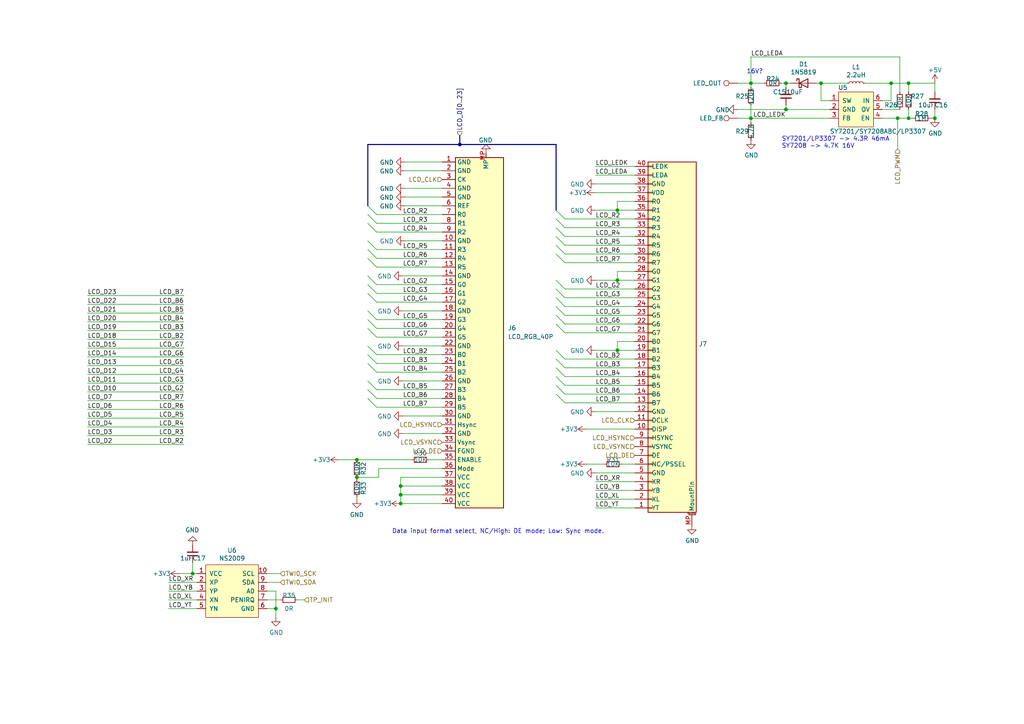
<source format=kicad_sch>
(kicad_sch (version 20210606) (generator eeschema)
  (paper "A4")
  (lib_symbols
    (symbol "Connector:TestPoint" (pin_numbers hide) (pin_names (offset 0.762) hide)
      (property "Reference" "TP" (at 0 6.858 0))
      (property "Value" "TestPoint" (at 0 5.08 0))
      (symbol "TestPoint_0_1"
        (circle (center 0 3.302) (radius 0.762))
      )
      (symbol "TestPoint_1_1"
        (pin passive line (at 0 0 90) (length 2.54) (name "1") (number "1"))
      )
    )
    (symbol "Device:C_Small" (pin_numbers hide) (pin_names (offset 0.254) hide)
      (property "Reference" "C" (at 0.254 1.778 0))
      (property "Value" "C_Small" (at 0.254 -2.032 0))
      (symbol "C_Small_0_1"
        (polyline (pts (xy -1.524 -0.508) (xy 1.524 -0.508)) (stroke (width 0.3302)))
        (polyline (pts (xy -1.524 0.508) (xy 1.524 0.508)) (stroke (width 0.3048)))
      )
      (symbol "C_Small_1_1"
        (pin passive line (at 0 2.54 270) (length 2.032) (name "~") (number "1"))
        (pin passive line (at 0 -2.54 90) (length 2.032) (name "~") (number "2"))
      )
    )
    (symbol "Device:L_Small" (pin_numbers hide) (pin_names (offset 0.254) hide)
      (property "Reference" "L" (at 0.762 1.016 0))
      (property "Value" "L_Small" (at 0.762 -1.016 0))
      (symbol "L_Small_0_1"
        (arc (start 0 -2.032) (end 0 -1.016) (radius (at 0 -1.524) (length 0.508) (angles -89.9 89.9)))
        (arc (start 0 -1.016) (end 0 0) (radius (at 0 -0.508) (length 0.508) (angles -89.9 89.9)))
        (arc (start 0 0) (end 0 1.016) (radius (at 0 0.508) (length 0.508) (angles -89.9 89.9)))
        (arc (start 0 1.016) (end 0 2.032) (radius (at 0 1.524) (length 0.508) (angles -89.9 89.9)))
      )
      (symbol "L_Small_1_1"
        (pin passive line (at 0 2.54 270) (length 0.508) (name "~") (number "1"))
        (pin passive line (at 0 -2.54 90) (length 0.508) (name "~") (number "2"))
      )
    )
    (symbol "Device:R_Small" (pin_numbers hide) (pin_names (offset 0.254) hide)
      (property "Reference" "R" (at 0.762 0.508 0))
      (property "Value" "R_Small" (at 0.762 -1.016 0))
      (symbol "R_Small_0_1"
        (rectangle (start -0.762 1.778) (end 0.762 -1.778) (stroke (width 0.2032)))
      )
      (symbol "R_Small_1_1"
        (pin passive line (at 0 2.54 270) (length 0.762) (name "~") (number "1"))
        (pin passive line (at 0 -2.54 90) (length 0.762) (name "~") (number "2"))
      )
    )
    (symbol "Diode:1N5819" (pin_numbers hide) (pin_names (offset 1.016) hide)
      (property "Reference" "D" (at 0 2.54 0))
      (property "Value" "1N5819" (at 0 -2.54 0))
      (symbol "1N5819_0_1"
        (polyline (pts (xy 1.27 0) (xy -1.27 0)))
        (polyline (pts (xy 1.27 1.27) (xy 1.27 -1.27) (xy -1.27 0) (xy 1.27 1.27)) (stroke (width 0.254)))
        (polyline (pts (xy -1.905 0.635) (xy -1.905 1.27) (xy -1.27 1.27) (xy -1.27 -1.27) (xy -0.635 -1.27) (xy -0.635 -0.635)) (stroke (width 0.254)))
      )
      (symbol "1N5819_1_1"
        (pin passive line (at -3.81 0 0) (length 2.54) (name "K") (number "1"))
        (pin passive line (at 3.81 0 180) (length 2.54) (name "A") (number "2"))
      )
    )
    (symbol "matrix_v3s-rescue:LCD_RGB_40P_U-My_Symbol" (pin_names (offset 1.016))
      (property "Reference" "J" (at 0 50.8 0))
      (symbol "LCD_RGB_40P_U-My_Symbol_1_1"
        (text "Mounting" (at 11.43 -52.451 0) (effects (font (size 0.381 0.381))))
        (rectangle (start -1.27 -50.673) (end 0 -50.927) (stroke (width 0.1524)))
        (rectangle (start -1.27 -48.133) (end 0 -48.387) (stroke (width 0.1524)))
        (rectangle (start -1.27 -45.593) (end 0 -45.847) (stroke (width 0.1524)))
        (rectangle (start -1.27 -43.053) (end 0 -43.307) (stroke (width 0.1524)))
        (rectangle (start -1.27 -40.513) (end 0 -40.767) (stroke (width 0.1524)))
        (rectangle (start -1.27 -37.973) (end 0 -38.227) (stroke (width 0.1524)))
        (rectangle (start -1.27 -35.433) (end 0 -35.687) (stroke (width 0.1524)))
        (rectangle (start -1.27 -32.893) (end 0 -33.147) (stroke (width 0.1524)))
        (rectangle (start -1.27 -30.353) (end 0 -30.607) (stroke (width 0.1524)))
        (rectangle (start -1.27 -27.813) (end 0 -28.067) (stroke (width 0.1524)))
        (rectangle (start -1.27 -25.273) (end 0 -25.527) (stroke (width 0.1524)))
        (rectangle (start -1.27 -22.733) (end 0 -22.987) (stroke (width 0.1524)))
        (rectangle (start -1.27 -20.193) (end 0 -20.447) (stroke (width 0.1524)))
        (rectangle (start -1.27 -17.653) (end 0 -17.907) (stroke (width 0.1524)))
        (rectangle (start -1.27 -15.113) (end 0 -15.367) (stroke (width 0.1524)))
        (rectangle (start -1.27 -12.573) (end 0 -12.827) (stroke (width 0.1524)))
        (rectangle (start -1.27 -10.033) (end 0 -10.287) (stroke (width 0.1524)))
        (rectangle (start -1.27 -7.493) (end 0 -7.747) (stroke (width 0.1524)))
        (rectangle (start -1.27 -4.953) (end 0 -5.207) (stroke (width 0.1524)))
        (rectangle (start -1.27 -2.413) (end 0 -2.667) (stroke (width 0.1524)))
        (rectangle (start -1.27 0.127) (end 0 -0.127) (stroke (width 0.1524)))
        (rectangle (start -1.27 2.667) (end 0 2.413) (stroke (width 0.1524)))
        (rectangle (start -1.27 5.207) (end 0 4.953) (stroke (width 0.1524)))
        (rectangle (start -1.27 7.747) (end 0 7.493) (stroke (width 0.1524)))
        (rectangle (start -1.27 10.287) (end 0 10.033) (stroke (width 0.1524)))
        (rectangle (start -1.27 12.827) (end 0 12.573) (stroke (width 0.1524)))
        (rectangle (start -1.27 15.367) (end 0 15.113) (stroke (width 0.1524)))
        (rectangle (start -1.27 17.907) (end 0 17.653) (stroke (width 0.1524)))
        (rectangle (start -1.27 20.447) (end 0 20.193) (stroke (width 0.1524)))
        (rectangle (start -1.27 22.987) (end 0 22.733) (stroke (width 0.1524)))
        (rectangle (start -1.27 25.527) (end 0 25.273) (stroke (width 0.1524)))
        (rectangle (start -1.27 28.067) (end 0 27.813) (stroke (width 0.1524)))
        (rectangle (start -1.27 30.607) (end 0 30.353) (stroke (width 0.1524)))
        (rectangle (start -1.27 33.147) (end 0 32.893) (stroke (width 0.1524)))
        (rectangle (start -1.27 35.687) (end 0 35.433) (stroke (width 0.1524)))
        (rectangle (start -1.27 38.227) (end 0 37.973) (stroke (width 0.1524)))
        (rectangle (start -1.27 40.767) (end 0 40.513) (stroke (width 0.1524)))
        (rectangle (start -1.27 43.307) (end 0 43.053) (stroke (width 0.1524)))
        (rectangle (start -1.27 45.847) (end 0 45.593) (stroke (width 0.1524)))
        (rectangle (start -1.27 48.387) (end 0 48.133) (stroke (width 0.1524)))
        (rectangle (start -1.27 49.53) (end 12.7 -52.07) (stroke (width 0.254)) (fill (type background)))
        (polyline (pts (xy 10.414 -52.832) (xy 12.446 -52.832)) (stroke (width 0.1524)))
        (pin passive line (at -5.08 -50.8 0) (length 3.81) (name "YT") (number "1"))
        (pin passive line (at -5.08 -27.94 0) (length 3.81) (name "DISP") (number "10"))
        (pin passive line (at -5.08 -25.4 0) (length 3.81) (name "DCLK") (number "11"))
        (pin passive line (at -5.08 -22.86 0) (length 3.81) (name "GND") (number "12"))
        (pin passive line (at -5.08 -20.32 0) (length 3.81) (name "B7") (number "13"))
        (pin passive line (at -5.08 -17.78 0) (length 3.81) (name "B6") (number "14"))
        (pin passive line (at -5.08 -15.24 0) (length 3.81) (name "B5") (number "15"))
        (pin passive line (at -5.08 -12.7 0) (length 3.81) (name "B4") (number "16"))
        (pin passive line (at -5.08 -10.16 0) (length 3.81) (name "B3") (number "17"))
        (pin passive line (at -5.08 -7.62 0) (length 3.81) (name "B2") (number "18"))
        (pin passive line (at -5.08 -5.08 0) (length 3.81) (name "B1") (number "19"))
        (pin passive line (at -5.08 -48.26 0) (length 3.81) (name "XL") (number "2"))
        (pin passive line (at -5.08 -2.54 0) (length 3.81) (name "B0") (number "20"))
        (pin passive line (at -5.08 0 0) (length 3.81) (name "G7") (number "21"))
        (pin passive line (at -5.08 2.54 0) (length 3.81) (name "G6") (number "22"))
        (pin passive line (at -5.08 5.08 0) (length 3.81) (name "G5") (number "23"))
        (pin passive line (at -5.08 7.62 0) (length 3.81) (name "G4") (number "24"))
        (pin passive line (at -5.08 10.16 0) (length 3.81) (name "G3") (number "25"))
        (pin passive line (at -5.08 12.7 0) (length 3.81) (name "G2") (number "26"))
        (pin passive line (at -5.08 15.24 0) (length 3.81) (name "G1") (number "27"))
        (pin passive line (at -5.08 17.78 0) (length 3.81) (name "G0") (number "28"))
        (pin passive line (at -5.08 20.32 0) (length 3.81) (name "R7") (number "29"))
        (pin passive line (at -5.08 -45.72 0) (length 3.81) (name "YB") (number "3"))
        (pin passive line (at -5.08 22.86 0) (length 3.81) (name "R6") (number "30"))
        (pin passive line (at -5.08 25.4 0) (length 3.81) (name "R5") (number "31"))
        (pin passive line (at -5.08 27.94 0) (length 3.81) (name "R4") (number "32"))
        (pin passive line (at -5.08 30.48 0) (length 3.81) (name "R3") (number "33"))
        (pin passive line (at -5.08 33.02 0) (length 3.81) (name "R2") (number "34"))
        (pin passive line (at -5.08 35.56 0) (length 3.81) (name "R1") (number "35"))
        (pin passive line (at -5.08 38.1 0) (length 3.81) (name "R0") (number "36"))
        (pin passive line (at -5.08 40.64 0) (length 3.81) (name "VDD") (number "37"))
        (pin passive line (at -5.08 43.18 0) (length 3.81) (name "GND") (number "38"))
        (pin passive line (at -5.08 45.72 0) (length 3.81) (name "LEDA") (number "39"))
        (pin passive line (at -5.08 -43.18 0) (length 3.81) (name "XR") (number "4"))
        (pin passive line (at -5.08 48.26 0) (length 3.81) (name "LEDK") (number "40"))
        (pin passive line (at -5.08 -40.64 0) (length 3.81) (name "GND") (number "5"))
        (pin passive line (at -5.08 -38.1 0) (length 3.81) (name "NC/PSSEL") (number "6"))
        (pin passive line (at -5.08 -35.56 0) (length 3.81) (name "DE") (number "7"))
        (pin passive line (at -5.08 -33.02 0) (length 3.81) (name "VSYNC") (number "8"))
        (pin passive line (at -5.08 -30.48 0) (length 3.81) (name "HSYNC") (number "9"))
        (pin passive line (at 11.43 -55.88 90) (length 3.048) (name "MountPin") (number "MP"))
      )
    )
    (symbol "power:+3V3" (power) (pin_names (offset 0))
      (property "Value" "+3V3" (at 0 3.556 0))
      (symbol "+3V3_0_1"
        (polyline (pts (xy -0.762 1.27) (xy 0 2.54)))
        (polyline (pts (xy 0 0) (xy 0 2.54)))
        (polyline (pts (xy 0 2.54) (xy 0.762 1.27)))
      )
      (symbol "+3V3_1_1"
        (pin power_in line (at 0 0 90) (length 0) hide (name "+3V3") (number "1"))
      )
    )
    (symbol "power:+5V" (power) (pin_names (offset 0))
      (property "Value" "+5V" (at 0 3.556 0))
      (symbol "+5V_0_1"
        (polyline (pts (xy -0.762 1.27) (xy 0 2.54)))
        (polyline (pts (xy 0 0) (xy 0 2.54)))
        (polyline (pts (xy 0 2.54) (xy 0.762 1.27)))
      )
      (symbol "+5V_1_1"
        (pin power_in line (at 0 0 90) (length 0) hide (name "+5V") (number "1"))
      )
    )
    (symbol "power:GND" (power) (pin_names (offset 0))
      (property "Value" "GND" (at 0 -3.81 0))
      (symbol "GND_0_1"
        (polyline (pts (xy 0 0) (xy 0 -1.27) (xy 1.27 -1.27) (xy 0 -2.54) (xy -1.27 -1.27) (xy 0 -1.27)))
      )
      (symbol "GND_1_1"
        (pin power_in line (at 0 0 270) (length 0) hide (name "GND") (number "1"))
      )
    )
    (symbol "weather_station-rescue:NS2009-My_Symbol" (pin_names (offset 1.016))
      (property "Reference" "U" (at -6.35 8.89 0))
      (property "Value" "NS2009-My_Symbol" (at -3.81 -8.89 0))
      (symbol "NS2009-My_Symbol_0_1"
        (polyline (pts (xy -7.62 7.62) (xy 7.62 7.62) (xy 7.62 -7.62) (xy -7.62 -7.62) (xy -7.62 7.62)) (fill (type background)))
      )
      (symbol "NS2009-My_Symbol_1_1"
        (pin input line (at -10.16 5.08 0) (length 2.54) (name "VCC") (number "1"))
        (pin input line (at 10.16 5.08 180) (length 2.54) (name "SCL") (number "10"))
        (pin input line (at -10.16 2.54 0) (length 2.54) (name "XP") (number "2"))
        (pin input line (at -10.16 0 0) (length 2.54) (name "YP") (number "3"))
        (pin input line (at -10.16 -2.54 0) (length 2.54) (name "XN") (number "4"))
        (pin input line (at -10.16 -5.08 0) (length 2.54) (name "YN") (number "5"))
        (pin input line (at 10.16 -5.08 180) (length 2.54) (name "GND") (number "6"))
        (pin input line (at 10.16 -2.54 180) (length 2.54) (name "PENIRQ") (number "7"))
        (pin input line (at 10.16 0 180) (length 2.54) (name "A0") (number "8"))
        (pin input line (at 10.16 2.54 180) (length 2.54) (name "SDA") (number "9"))
      )
    )
    (symbol "weather_station-rescue:SY7201ABC-My_Symbol" (pin_names (offset 1.016))
      (property "Reference" "U" (at 0 6.35 0))
      (property "Value" "SY7201ABC-My_Symbol" (at 0 -6.35 0))
      (symbol "SY7201ABC-My_Symbol_0_1"
        (polyline (pts (xy -5.08 5.08) (xy 5.08 5.08) (xy 5.08 -5.08) (xy -5.08 -5.08) (xy -5.08 5.08)) (fill (type background)))
      )
      (symbol "SY7201ABC-My_Symbol_1_1"
        (pin input line (at -7.62 2.54 0) (length 2.54) (name "SW") (number "1"))
        (pin input line (at -7.62 0 0) (length 2.54) (name "GND") (number "2"))
        (pin input line (at -7.62 -2.54 0) (length 2.54) (name "FB") (number "3"))
        (pin input line (at 7.62 -2.54 180) (length 2.54) (name "EN") (number "4"))
        (pin input line (at 7.62 0 180) (length 2.54) (name "OV") (number "5"))
        (pin input line (at 7.62 2.54 180) (length 2.54) (name "IN") (number "6"))
      )
    )
    (symbol "xfdr0805:LCD_RGB_40P"
      (property "Reference" "J?" (at 3.81 -2.54 0))
      (property "Value" "LCD_RGB_40P" (at 6.35 -5.08 0))
      (symbol "LCD_RGB_40P_1_1"
        (rectangle (start 0 101.6) (end 13.97 0) (stroke (width 0.254)) (fill (type background)))
        (pin passive line (at -3.81 1.27 0) (length 3.81) (name "GND") (number "1"))
        (pin passive line (at -3.81 24.13 0) (length 3.81) (name "GND") (number "10"))
        (pin passive line (at -3.81 26.67 0) (length 3.81) (name "R3") (number "11"))
        (pin passive line (at -3.81 29.21 0) (length 3.81) (name "R4") (number "12"))
        (pin passive line (at -3.81 31.75 0) (length 3.81) (name "R5") (number "13"))
        (pin passive line (at -3.81 34.29 0) (length 3.81) (name "GND") (number "14"))
        (pin passive line (at -3.81 36.83 0) (length 3.81) (name "G0") (number "15"))
        (pin passive line (at -3.81 39.37 0) (length 3.81) (name "G1") (number "16"))
        (pin passive line (at -3.81 41.91 0) (length 3.81) (name "G2") (number "17"))
        (pin passive line (at -3.81 44.45 0) (length 3.81) (name "GND") (number "18"))
        (pin passive line (at -3.81 46.99 0) (length 3.81) (name "G3") (number "19"))
        (pin passive line (at -3.81 3.81 0) (length 3.81) (name "GND") (number "2"))
        (pin passive line (at -3.81 49.53 0) (length 3.81) (name "G4") (number "20"))
        (pin passive line (at -3.81 52.07 0) (length 3.81) (name "G5") (number "21"))
        (pin passive line (at -3.81 54.61 0) (length 3.81) (name "GND") (number "22"))
        (pin passive line (at -3.81 57.15 0) (length 3.81) (name "B0") (number "23"))
        (pin passive line (at -3.81 59.69 0) (length 3.81) (name "B1") (number "24"))
        (pin passive line (at -3.81 62.23 0) (length 3.81) (name "B2") (number "25"))
        (pin passive line (at -3.81 64.77 0) (length 3.81) (name "GND") (number "26"))
        (pin passive line (at -3.81 67.31 0) (length 3.81) (name "B3") (number "27"))
        (pin passive line (at -3.81 69.85 0) (length 3.81) (name "B4") (number "28"))
        (pin passive line (at -3.81 72.39 0) (length 3.81) (name "B5") (number "29"))
        (pin passive line (at -3.81 6.35 0) (length 3.81) (name "CK") (number "3"))
        (pin passive line (at -3.81 74.93 0) (length 3.81) (name "GND") (number "30"))
        (pin passive line (at -3.81 77.47 0) (length 3.81) (name "Hsync") (number "31"))
        (pin passive line (at -3.81 80.01 0) (length 3.81) (name "GND") (number "32"))
        (pin passive line (at -3.81 82.55 0) (length 3.81) (name "Vsync") (number "33"))
        (pin passive line (at -3.81 85.09 0) (length 3.81) (name "FGND") (number "34"))
        (pin passive line (at -3.81 87.63 0) (length 3.81) (name "ENABLE") (number "35"))
        (pin passive line (at -3.81 90.17 0) (length 3.81) (name "Mode") (number "36"))
        (pin passive line (at -3.81 92.71 0) (length 3.81) (name "VCC") (number "37"))
        (pin passive line (at -3.81 95.25 0) (length 3.81) (name "VCC") (number "38"))
        (pin passive line (at -3.81 97.79 0) (length 3.81) (name "VCC") (number "39"))
        (pin passive line (at -3.81 8.89 0) (length 3.81) (name "GND") (number "4"))
        (pin passive line (at -3.81 100.33 0) (length 3.81) (name "VCC") (number "40"))
        (pin passive line (at -3.81 11.43 0) (length 3.81) (name "GND") (number "5"))
        (pin passive line (at -3.81 13.97 0) (length 3.81) (name "REF") (number "6"))
        (pin passive line (at -3.81 16.51 0) (length 3.81) (name "R0") (number "7"))
        (pin passive line (at -3.81 19.05 0) (length 3.81) (name "R1") (number "8"))
        (pin passive line (at -3.81 21.59 0) (length 3.81) (name "R2") (number "9"))
        (pin passive line (at 8.89 -1.27 90) (length 1.27) (name "MP") (number "MP"))
      )
    )
  )
  (junction (at 55.88 166.37) (diameter 0.9144))
  (junction (at 80.01 176.53) (diameter 0.9144))
  (junction (at 103.505 133.35) (diameter 0.9144))
  (junction (at 103.505 138.43) (diameter 0.9144))
  (junction (at 116.205 140.97) (diameter 0.9144))
  (junction (at 116.205 143.51) (diameter 0.9144))
  (junction (at 116.205 146.05) (diameter 0.9144))
  (junction (at 179.07 60.96) (diameter 0.9144))
  (junction (at 179.07 81.28) (diameter 0.9144))
  (junction (at 179.07 101.6) (diameter 0.9144))
  (junction (at 217.805 24.13) (diameter 0.9144))
  (junction (at 217.805 34.29) (diameter 0.9144))
  (junction (at 227.965 24.13) (diameter 0.9144))
  (junction (at 227.965 31.75) (diameter 0.9144))
  (junction (at 238.125 24.13) (diameter 0.9144))
  (junction (at 258.445 24.13) (diameter 0.9144))
  (junction (at 260.35 34.29) (diameter 0.9144))
  (junction (at 263.525 24.13) (diameter 0.9144))
  (junction (at 263.525 34.29) (diameter 0.9144))
  (junction (at 271.145 34.29) (diameter 0.9144))
  (junction (at 133.35 41.91) (diameter 0.9144))
  (bus_entry (at 106.68 59.69) (size 2.54 2.54) (stroke (width 0.1524)))
  (bus_entry (at 106.68 62.23) (size 2.54 2.54) (stroke (width 0.1524)))
  (bus_entry (at 106.68 64.77) (size 2.54 2.54) (stroke (width 0.1524)))
  (bus_entry (at 106.68 69.85) (size 2.54 2.54) (stroke (width 0.1524)))
  (bus_entry (at 106.68 72.39) (size 2.54 2.54) (stroke (width 0.1524)))
  (bus_entry (at 106.68 74.93) (size 2.54 2.54) (stroke (width 0.1524)))
  (bus_entry (at 106.68 80.01) (size 2.54 2.54) (stroke (width 0.1524)))
  (bus_entry (at 106.68 82.55) (size 2.54 2.54) (stroke (width 0.1524)))
  (bus_entry (at 106.68 85.09) (size 2.54 2.54) (stroke (width 0.1524)))
  (bus_entry (at 106.68 90.17) (size 2.54 2.54) (stroke (width 0.1524)))
  (bus_entry (at 106.68 92.71) (size 2.54 2.54) (stroke (width 0.1524)))
  (bus_entry (at 106.68 95.25) (size 2.54 2.54) (stroke (width 0.1524)))
  (bus_entry (at 106.68 100.33) (size 2.54 2.54) (stroke (width 0.1524)))
  (bus_entry (at 106.68 102.87) (size 2.54 2.54) (stroke (width 0.1524)))
  (bus_entry (at 106.68 105.41) (size 2.54 2.54) (stroke (width 0.1524)))
  (bus_entry (at 106.68 110.49) (size 2.54 2.54) (stroke (width 0.1524)))
  (bus_entry (at 106.68 113.03) (size 2.54 2.54) (stroke (width 0.1524)))
  (bus_entry (at 106.68 115.57) (size 2.54 2.54) (stroke (width 0.1524)))
  (bus_entry (at 161.29 60.96) (size 2.54 2.54) (stroke (width 0.1524)))
  (bus_entry (at 161.29 63.5) (size 2.54 2.54) (stroke (width 0.1524)))
  (bus_entry (at 161.29 66.04) (size 2.54 2.54) (stroke (width 0.1524)))
  (bus_entry (at 161.29 68.58) (size 2.54 2.54) (stroke (width 0.1524)))
  (bus_entry (at 161.29 71.12) (size 2.54 2.54) (stroke (width 0.1524)))
  (bus_entry (at 161.29 73.66) (size 2.54 2.54) (stroke (width 0.1524)))
  (bus_entry (at 161.29 81.28) (size 2.54 2.54) (stroke (width 0.1524)))
  (bus_entry (at 161.29 83.82) (size 2.54 2.54) (stroke (width 0.1524)))
  (bus_entry (at 161.29 86.36) (size 2.54 2.54) (stroke (width 0.1524)))
  (bus_entry (at 161.29 88.9) (size 2.54 2.54) (stroke (width 0.1524)))
  (bus_entry (at 161.29 91.44) (size 2.54 2.54) (stroke (width 0.1524)))
  (bus_entry (at 161.29 93.98) (size 2.54 2.54) (stroke (width 0.1524)))
  (bus_entry (at 161.29 101.6) (size 2.54 2.54) (stroke (width 0.1524)))
  (bus_entry (at 161.29 104.14) (size 2.54 2.54) (stroke (width 0.1524)))
  (bus_entry (at 161.29 106.68) (size 2.54 2.54) (stroke (width 0.1524)))
  (bus_entry (at 161.29 109.22) (size 2.54 2.54) (stroke (width 0.1524)))
  (bus_entry (at 161.29 111.76) (size 2.54 2.54) (stroke (width 0.1524)))
  (bus_entry (at 161.29 114.3) (size 2.54 2.54) (stroke (width 0.1524)))
  (wire (pts (xy 25.4 85.725) (xy 53.34 85.725)))
  (wire (pts (xy 25.4 88.265) (xy 53.34 88.265)))
  (wire (pts (xy 25.4 90.805) (xy 53.34 90.805)))
  (wire (pts (xy 25.4 93.345) (xy 53.34 93.345)))
  (wire (pts (xy 25.4 95.885) (xy 53.34 95.885)))
  (wire (pts (xy 25.4 98.425) (xy 53.34 98.425)))
  (wire (pts (xy 25.4 100.965) (xy 53.34 100.965)))
  (wire (pts (xy 25.4 103.505) (xy 53.34 103.505)))
  (wire (pts (xy 25.4 106.045) (xy 53.34 106.045)))
  (wire (pts (xy 25.4 108.585) (xy 53.34 108.585)))
  (wire (pts (xy 25.4 111.125) (xy 53.34 111.125)))
  (wire (pts (xy 25.4 113.665) (xy 53.34 113.665)))
  (wire (pts (xy 25.4 116.205) (xy 53.34 116.205)))
  (wire (pts (xy 25.4 118.745) (xy 53.34 118.745)))
  (wire (pts (xy 25.4 121.285) (xy 53.34 121.285)))
  (wire (pts (xy 25.4 123.825) (xy 53.34 123.825)))
  (wire (pts (xy 25.4 126.365) (xy 53.34 126.365)))
  (wire (pts (xy 25.4 128.905) (xy 53.34 128.905)))
  (wire (pts (xy 48.895 168.91) (xy 57.15 168.91)))
  (wire (pts (xy 48.895 171.45) (xy 57.15 171.45)))
  (wire (pts (xy 48.895 173.99) (xy 57.15 173.99)))
  (wire (pts (xy 48.895 176.53) (xy 57.15 176.53)))
  (wire (pts (xy 52.07 166.37) (xy 55.88 166.37)))
  (wire (pts (xy 55.88 163.195) (xy 55.88 166.37)))
  (wire (pts (xy 55.88 166.37) (xy 57.15 166.37)))
  (wire (pts (xy 77.47 166.37) (xy 81.28 166.37)))
  (wire (pts (xy 77.47 168.91) (xy 81.28 168.91)))
  (wire (pts (xy 77.47 171.45) (xy 80.01 171.45)))
  (wire (pts (xy 77.47 176.53) (xy 80.01 176.53)))
  (wire (pts (xy 80.01 171.45) (xy 80.01 176.53)))
  (wire (pts (xy 80.01 179.07) (xy 80.01 176.53)))
  (wire (pts (xy 81.28 173.99) (xy 77.47 173.99)))
  (wire (pts (xy 88.265 173.99) (xy 86.36 173.99)))
  (wire (pts (xy 98.425 133.35) (xy 103.505 133.35)))
  (wire (pts (xy 103.505 133.35) (xy 119.38 133.35)))
  (wire (pts (xy 103.505 139.065) (xy 103.505 138.43)))
  (wire (pts (xy 103.505 144.78) (xy 103.505 144.145)))
  (wire (pts (xy 109.22 77.47) (xy 128.27 77.47)))
  (wire (pts (xy 109.22 87.63) (xy 128.27 87.63)))
  (wire (pts (xy 109.22 95.25) (xy 128.27 95.25)))
  (wire (pts (xy 109.22 97.79) (xy 128.27 97.79)))
  (wire (pts (xy 109.22 118.11) (xy 128.27 118.11)))
  (wire (pts (xy 109.855 135.89) (xy 109.855 138.43)))
  (wire (pts (xy 109.855 138.43) (xy 103.505 138.43)))
  (wire (pts (xy 116.205 138.43) (xy 116.205 140.97)))
  (wire (pts (xy 116.205 140.97) (xy 116.205 143.51)))
  (wire (pts (xy 116.205 140.97) (xy 128.27 140.97)))
  (wire (pts (xy 116.205 143.51) (xy 116.205 146.05)))
  (wire (pts (xy 116.205 143.51) (xy 128.27 143.51)))
  (wire (pts (xy 116.205 146.05) (xy 128.27 146.05)))
  (wire (pts (xy 116.84 80.01) (xy 128.27 80.01)))
  (wire (pts (xy 116.84 90.17) (xy 128.27 90.17)))
  (wire (pts (xy 116.84 100.33) (xy 128.27 100.33)))
  (wire (pts (xy 116.84 110.49) (xy 128.27 110.49)))
  (wire (pts (xy 116.84 125.73) (xy 128.27 125.73)))
  (wire (pts (xy 117.475 46.99) (xy 128.27 46.99)))
  (wire (pts (xy 117.475 49.53) (xy 128.27 49.53)))
  (wire (pts (xy 117.475 54.61) (xy 128.27 54.61)))
  (wire (pts (xy 117.475 57.15) (xy 128.27 57.15)))
  (wire (pts (xy 117.475 59.69) (xy 128.27 59.69)))
  (wire (pts (xy 117.475 69.85) (xy 128.27 69.85)))
  (wire (pts (xy 124.46 133.35) (xy 128.27 133.35)))
  (wire (pts (xy 128.27 62.23) (xy 109.22 62.23)))
  (wire (pts (xy 128.27 64.77) (xy 109.22 64.77)))
  (wire (pts (xy 128.27 67.31) (xy 109.22 67.31)))
  (wire (pts (xy 128.27 72.39) (xy 109.22 72.39)))
  (wire (pts (xy 128.27 74.93) (xy 109.22 74.93)))
  (wire (pts (xy 128.27 82.55) (xy 109.22 82.55)))
  (wire (pts (xy 128.27 85.09) (xy 109.22 85.09)))
  (wire (pts (xy 128.27 92.71) (xy 109.22 92.71)))
  (wire (pts (xy 128.27 102.87) (xy 109.22 102.87)))
  (wire (pts (xy 128.27 105.41) (xy 109.22 105.41)))
  (wire (pts (xy 128.27 107.95) (xy 109.22 107.95)))
  (wire (pts (xy 128.27 113.03) (xy 109.22 113.03)))
  (wire (pts (xy 128.27 115.57) (xy 109.22 115.57)))
  (wire (pts (xy 128.27 120.65) (xy 116.84 120.65)))
  (wire (pts (xy 128.27 135.89) (xy 109.855 135.89)))
  (wire (pts (xy 128.27 138.43) (xy 116.205 138.43)))
  (wire (pts (xy 163.83 88.9) (xy 184.15 88.9)))
  (wire (pts (xy 163.83 96.52) (xy 184.15 96.52)))
  (wire (pts (xy 170.18 124.46) (xy 184.15 124.46)))
  (wire (pts (xy 170.18 134.62) (xy 175.26 134.62)))
  (wire (pts (xy 172.72 48.26) (xy 184.15 48.26)))
  (wire (pts (xy 172.72 50.8) (xy 184.15 50.8)))
  (wire (pts (xy 172.72 53.34) (xy 184.15 53.34)))
  (wire (pts (xy 172.72 55.88) (xy 184.15 55.88)))
  (wire (pts (xy 172.72 60.96) (xy 179.07 60.96)))
  (wire (pts (xy 172.72 101.6) (xy 179.07 101.6)))
  (wire (pts (xy 172.72 139.7) (xy 184.15 139.7)))
  (wire (pts (xy 172.72 142.24) (xy 184.15 142.24)))
  (wire (pts (xy 172.72 144.78) (xy 184.15 144.78)))
  (wire (pts (xy 172.72 147.32) (xy 184.15 147.32)))
  (wire (pts (xy 179.07 58.42) (xy 179.07 60.96)))
  (wire (pts (xy 179.07 60.96) (xy 184.15 60.96)))
  (wire (pts (xy 179.07 78.74) (xy 179.07 81.28)))
  (wire (pts (xy 179.07 81.28) (xy 172.72 81.28)))
  (wire (pts (xy 179.07 81.28) (xy 184.15 81.28)))
  (wire (pts (xy 179.07 99.06) (xy 179.07 101.6)))
  (wire (pts (xy 179.07 101.6) (xy 184.15 101.6)))
  (wire (pts (xy 180.34 134.62) (xy 184.15 134.62)))
  (wire (pts (xy 184.15 58.42) (xy 179.07 58.42)))
  (wire (pts (xy 184.15 63.5) (xy 163.83 63.5)))
  (wire (pts (xy 184.15 66.04) (xy 163.83 66.04)))
  (wire (pts (xy 184.15 68.58) (xy 163.83 68.58)))
  (wire (pts (xy 184.15 71.12) (xy 163.83 71.12)))
  (wire (pts (xy 184.15 73.66) (xy 163.83 73.66)))
  (wire (pts (xy 184.15 76.2) (xy 163.83 76.2)))
  (wire (pts (xy 184.15 78.74) (xy 179.07 78.74)))
  (wire (pts (xy 184.15 83.82) (xy 163.83 83.82)))
  (wire (pts (xy 184.15 86.36) (xy 163.83 86.36)))
  (wire (pts (xy 184.15 91.44) (xy 163.83 91.44)))
  (wire (pts (xy 184.15 93.98) (xy 163.83 93.98)))
  (wire (pts (xy 184.15 99.06) (xy 179.07 99.06)))
  (wire (pts (xy 184.15 104.14) (xy 163.83 104.14)))
  (wire (pts (xy 184.15 106.68) (xy 163.83 106.68)))
  (wire (pts (xy 184.15 109.22) (xy 163.83 109.22)))
  (wire (pts (xy 184.15 111.76) (xy 163.83 111.76)))
  (wire (pts (xy 184.15 114.3) (xy 163.83 114.3)))
  (wire (pts (xy 184.15 116.84) (xy 163.83 116.84)))
  (wire (pts (xy 184.15 119.38) (xy 172.72 119.38)))
  (wire (pts (xy 184.15 137.16) (xy 172.72 137.16)))
  (wire (pts (xy 213.995 24.13) (xy 217.805 24.13)))
  (wire (pts (xy 217.805 16.51) (xy 217.805 24.13)))
  (wire (pts (xy 217.805 16.51) (xy 260.985 16.51)))
  (wire (pts (xy 217.805 24.13) (xy 217.805 25.4)))
  (wire (pts (xy 217.805 24.13) (xy 221.615 24.13)))
  (wire (pts (xy 217.805 30.48) (xy 217.805 34.29)))
  (wire (pts (xy 217.805 34.29) (xy 213.995 34.29)))
  (wire (pts (xy 217.805 34.29) (xy 217.805 35.56)))
  (wire (pts (xy 217.805 34.29) (xy 240.665 34.29)))
  (wire (pts (xy 226.695 24.13) (xy 227.965 24.13)))
  (wire (pts (xy 227.965 24.13) (xy 227.965 25.4)))
  (wire (pts (xy 227.965 24.13) (xy 229.235 24.13)))
  (wire (pts (xy 227.965 30.48) (xy 227.965 31.75)))
  (wire (pts (xy 227.965 31.75) (xy 213.995 31.75)))
  (wire (pts (xy 227.965 31.75) (xy 240.665 31.75)))
  (wire (pts (xy 236.855 24.13) (xy 238.125 24.13)))
  (wire (pts (xy 238.125 29.21) (xy 238.125 24.13)))
  (wire (pts (xy 240.665 29.21) (xy 238.125 29.21)))
  (wire (pts (xy 245.745 24.13) (xy 238.125 24.13)))
  (wire (pts (xy 255.905 29.21) (xy 258.445 29.21)))
  (wire (pts (xy 255.905 34.29) (xy 260.35 34.29)))
  (wire (pts (xy 258.445 24.13) (xy 250.825 24.13)))
  (wire (pts (xy 258.445 24.13) (xy 263.525 24.13)))
  (wire (pts (xy 258.445 29.21) (xy 258.445 24.13)))
  (wire (pts (xy 260.35 34.29) (xy 260.35 43.18)))
  (wire (pts (xy 260.35 34.29) (xy 263.525 34.29)))
  (wire (pts (xy 260.985 16.51) (xy 260.985 26.67)))
  (wire (pts (xy 260.985 31.75) (xy 255.905 31.75)))
  (wire (pts (xy 263.525 26.67) (xy 263.525 24.13)))
  (wire (pts (xy 263.525 31.75) (xy 263.525 34.29)))
  (wire (pts (xy 264.795 34.29) (xy 263.525 34.29)))
  (wire (pts (xy 271.145 24.13) (xy 263.525 24.13)))
  (wire (pts (xy 271.145 26.67) (xy 271.145 24.13)))
  (wire (pts (xy 271.145 34.29) (xy 269.875 34.29)))
  (wire (pts (xy 271.145 34.29) (xy 271.145 31.75)))
  (bus (pts (xy 106.68 41.91) (xy 106.68 115.57)))
  (bus (pts (xy 106.68 41.91) (xy 133.35 41.91)))
  (bus (pts (xy 133.35 39.37) (xy 133.35 41.91)))
  (bus (pts (xy 133.35 41.91) (xy 161.29 41.91)))
  (bus (pts (xy 161.29 41.91) (xy 161.29 114.3)))
  (text "Data input format select, NC/High: DE mode; Low: Sync mode." (at 113.665 154.94 0) (effects (font (size 1.27 1.27)) (justify left bottom)))
  (text "16V?" (at 216.535 21.59 0) (effects (font (size 1.27 1.27)) (justify left bottom)))
  (text "SY7201/LP3307 -> 4.3R 46mA\nSY7208 -> 4.7K 16V" (at 226.695 43.18 0) (effects (font (size 1.27 1.27)) (justify left bottom)))
  (label "LCD_D23" (at 25.4 85.725 0))
  (label "LCD_D22" (at 25.4 88.265 0))
  (label "LCD_D21" (at 25.4 90.805 0))
  (label "LCD_D20" (at 25.4 93.345 0))
  (label "LCD_D19" (at 25.4 95.885 0))
  (label "LCD_D18" (at 25.4 98.425 0))
  (label "LCD_D15" (at 25.4 100.965 0))
  (label "LCD_D14" (at 25.4 103.505 0))
  (label "LCD_D13" (at 25.4 106.045 0))
  (label "LCD_D12" (at 25.4 108.585 0))
  (label "LCD_D11" (at 25.4 111.125 0))
  (label "LCD_D10" (at 25.4 113.665 0))
  (label "LCD_D7" (at 25.4 116.205 0))
  (label "LCD_D6" (at 25.4 118.745 0))
  (label "LCD_D5" (at 25.4 121.285 0))
  (label "LCD_D4" (at 25.4 123.825 0))
  (label "LCD_D3" (at 25.4 126.365 0))
  (label "LCD_D2" (at 25.4 128.905 0))
  (label "LCD_XR" (at 48.895 168.91 0))
  (label "LCD_YB" (at 48.895 171.45 0))
  (label "LCD_XL" (at 48.895 173.99 0))
  (label "LCD_YT" (at 48.895 176.53 0))
  (label "LCD_B7" (at 53.34 85.725 180))
  (label "LCD_B6" (at 53.34 88.265 180))
  (label "LCD_B5" (at 53.34 90.805 180))
  (label "LCD_B4" (at 53.34 93.345 180))
  (label "LCD_B3" (at 53.34 95.885 180))
  (label "LCD_B2" (at 53.34 98.425 180))
  (label "LCD_G7" (at 53.34 100.965 180))
  (label "LCD_G6" (at 53.34 103.505 180))
  (label "LCD_G5" (at 53.34 106.045 180))
  (label "LCD_G4" (at 53.34 108.585 180))
  (label "LCD_G3" (at 53.34 111.125 180))
  (label "LCD_G2" (at 53.34 113.665 180))
  (label "LCD_R7" (at 53.34 116.205 180))
  (label "LCD_R6" (at 53.34 118.745 180))
  (label "LCD_R5" (at 53.34 121.285 180))
  (label "LCD_R4" (at 53.34 123.825 180))
  (label "LCD_R3" (at 53.34 126.365 180))
  (label "LCD_R2" (at 53.34 128.905 180))
  (label "LCD_R2" (at 116.84 62.23 0))
  (label "LCD_R3" (at 116.84 64.77 0))
  (label "LCD_R4" (at 116.84 67.31 0))
  (label "LCD_R5" (at 116.84 72.39 0))
  (label "LCD_R6" (at 116.84 74.93 0))
  (label "LCD_R7" (at 116.84 77.47 0))
  (label "LCD_G2" (at 116.84 82.55 0))
  (label "LCD_G3" (at 116.84 85.09 0))
  (label "LCD_G4" (at 116.84 87.63 0))
  (label "LCD_G5" (at 116.84 92.71 0))
  (label "LCD_G6" (at 116.84 95.25 0))
  (label "LCD_G7" (at 116.84 97.79 0))
  (label "LCD_B2" (at 116.84 102.87 0))
  (label "LCD_B3" (at 116.84 105.41 0))
  (label "LCD_B4" (at 116.84 107.95 0))
  (label "LCD_B5" (at 116.84 113.03 0))
  (label "LCD_B6" (at 116.84 115.57 0))
  (label "LCD_B7" (at 116.84 118.11 0))
  (label "LCD_LEDK" (at 172.72 48.26 0))
  (label "LCD_LEDA" (at 172.72 50.8 0))
  (label "LCD_R2" (at 172.72 63.5 0))
  (label "LCD_R3" (at 172.72 66.04 0))
  (label "LCD_R4" (at 172.72 68.58 0))
  (label "LCD_R5" (at 172.72 71.12 0))
  (label "LCD_R6" (at 172.72 73.66 0))
  (label "LCD_R7" (at 172.72 76.2 0))
  (label "LCD_G2" (at 172.72 83.82 0))
  (label "LCD_G3" (at 172.72 86.36 0))
  (label "LCD_G4" (at 172.72 88.9 0))
  (label "LCD_G5" (at 172.72 91.44 0))
  (label "LCD_G6" (at 172.72 93.98 0))
  (label "LCD_G7" (at 172.72 96.52 0))
  (label "LCD_B2" (at 172.72 104.14 0))
  (label "LCD_B3" (at 172.72 106.68 0))
  (label "LCD_B4" (at 172.72 109.22 0))
  (label "LCD_B5" (at 172.72 111.76 0))
  (label "LCD_B6" (at 172.72 114.3 0))
  (label "LCD_B7" (at 172.72 116.84 0))
  (label "LCD_XR" (at 172.72 139.7 0))
  (label "LCD_YB" (at 172.72 142.24 0))
  (label "LCD_XL" (at 172.72 144.78 0))
  (label "LCD_YT" (at 172.72 147.32 0))
  (label "LCD_LEDA" (at 217.805 16.51 0))
  (label "LCD_LEDK" (at 218.44 34.29 0))
  (hierarchical_label "TWI0_SCK" (shape input) (at 81.28 166.37 0))
  (hierarchical_label "TWI0_SDA" (shape input) (at 81.28 168.91 0))
  (hierarchical_label "TP_INIT" (shape input) (at 88.265 173.99 0))
  (hierarchical_label "LCD_CLK" (shape input) (at 128.27 52.07 180))
  (hierarchical_label "LCD_HSYNC" (shape input) (at 128.27 123.19 180))
  (hierarchical_label "LCD_VSYNC" (shape input) (at 128.27 128.27 180))
  (hierarchical_label "LCD_DE" (shape input) (at 128.27 130.81 180))
  (hierarchical_label "LCD_D[0..23]" (shape input) (at 133.35 39.37 90))
  (hierarchical_label "LCD_CLK" (shape input) (at 184.15 121.92 180))
  (hierarchical_label "LCD_HSYNC" (shape input) (at 184.15 127 180))
  (hierarchical_label "LCD_VSYNC" (shape input) (at 184.15 129.54 180))
  (hierarchical_label "LCD_DE" (shape input) (at 184.15 132.08 180))
  (hierarchical_label "LCD_PWM" (shape input) (at 260.35 43.18 270))
  (symbol (lib_id "power:+3V3") (at 52.07 166.37 90) (unit 1)
    (property "Reference" "#PWR066" (effects hide))
    (property "Value" "+3V3" (at 49.53 166.3701 90) (effects (justify left)))
  )
  (symbol (lib_id "power:+3V3") (at 98.425 133.35 90) (unit 1)
    (property "Reference" "#PWR058" (effects hide))
    (property "Value" "+3V3" (at 95.885 133.3501 90) (effects (justify left)))
  )
  (symbol (lib_id "power:+3V3") (at 116.205 146.05 90) (unit 1)
    (property "Reference" "#PWR062" (effects hide))
    (property "Value" "+3V3" (at 113.665 146.0501 90) (effects (justify left)))
  )
  (symbol (lib_id "power:+3V3") (at 170.18 124.46 90) (unit 1)
    (property "Reference" "#PWR056" (effects hide))
    (property "Value" "+3V3" (at 167.64 124.4601 90) (effects (justify left)))
  )
  (symbol (lib_id "power:+3V3") (at 170.18 134.62 90) (unit 1)
    (property "Reference" "#PWR059" (effects hide))
    (property "Value" "+3V3" (at 167.64 134.6201 90) (effects (justify left)))
  )
  (symbol (lib_id "power:+3V3") (at 172.72 55.88 90) (unit 1)
    (property "Reference" "#PWR043" (effects hide))
    (property "Value" "+3V3" (at 170.18 55.8801 90) (effects (justify left)))
  )
  (symbol (lib_id "power:+5V") (at 271.145 24.13 0) (unit 1)
    (property "Reference" "#PWR035" (effects hide))
    (property "Value" "+5V" (at 271.145 20.32 0))
  )
  (symbol (lib_id "Device:L_Small") (at 248.285 24.13 90) (unit 1)
    (property "Reference" "L1" (at 248.285 19.431 90))
    (property "Value" "2.2uH" (at 248.285 21.7424 90))
    (property "Footprint" "Inductor_SMD:L_1008_2520Metric" (effects hide))
    (property "Datasheet" "~{}" (effects hide))
  )
  (symbol (lib_id "Connector:TestPoint") (at 213.995 24.13 90) (unit 1)
    (property "Reference" "TP1" (effects hide))
    (property "Value" "LED_OUT" (at 205.105 24.13 90))
    (property "Footprint" "TestPoint:TestPoint_Pad_D1.0mm" (effects hide))
    (property "Datasheet" "~{}" (effects hide))
  )
  (symbol (lib_id "Connector:TestPoint") (at 213.995 34.29 90) (unit 1)
    (property "Reference" "TP2" (effects hide))
    (property "Value" "LED_FB" (at 206.375 34.29 90))
    (property "Footprint" "TestPoint:TestPoint_Pad_D1.0mm" (effects hide))
    (property "Datasheet" "~{}" (effects hide))
  )
  (symbol (lib_id "power:GND") (at 55.88 158.115 180) (unit 1)
    (property "Reference" "#PWR065" (effects hide))
    (property "Value" "GND" (at 55.753 153.7208 0))
  )
  (symbol (lib_id "power:GND") (at 80.01 179.07 0) (unit 1)
    (property "Reference" "#PWR067" (effects hide))
    (property "Value" "GND" (at 80.137 183.4642 0))
  )
  (symbol (lib_id "power:GND") (at 103.505 144.78 0) (unit 1)
    (property "Reference" "#PWR061" (effects hide))
    (property "Value" "GND" (at 105.537 149.3012 0) (effects (justify right)))
  )
  (symbol (lib_id "power:GND") (at 116.84 80.01 270) (unit 1)
    (property "Reference" "#PWR048" (effects hide))
    (property "Value" "GND" (at 113.5888 80.137 90) (effects (justify right)))
  )
  (symbol (lib_id "power:GND") (at 116.84 90.17 270) (unit 1)
    (property "Reference" "#PWR050" (effects hide))
    (property "Value" "GND" (at 113.5888 90.297 90) (effects (justify right)))
  )
  (symbol (lib_id "power:GND") (at 116.84 100.33 270) (unit 1)
    (property "Reference" "#PWR051" (effects hide))
    (property "Value" "GND" (at 113.5888 100.457 90) (effects (justify right)))
  )
  (symbol (lib_id "power:GND") (at 116.84 110.49 270) (unit 1)
    (property "Reference" "#PWR053" (effects hide))
    (property "Value" "GND" (at 113.5888 110.617 90) (effects (justify right)))
  )
  (symbol (lib_id "power:GND") (at 116.84 120.65 270) (unit 1)
    (property "Reference" "#PWR055" (effects hide))
    (property "Value" "GND" (at 113.5888 120.777 90) (effects (justify right)))
  )
  (symbol (lib_id "power:GND") (at 116.84 125.73 270) (unit 1)
    (property "Reference" "#PWR057" (effects hide))
    (property "Value" "GND" (at 113.5888 125.857 90) (effects (justify right)))
  )
  (symbol (lib_id "power:GND") (at 117.475 46.99 270) (unit 1)
    (property "Reference" "#PWR039" (effects hide))
    (property "Value" "GND" (at 114.2238 47.117 90) (effects (justify right)))
  )
  (symbol (lib_id "power:GND") (at 117.475 49.53 270) (unit 1)
    (property "Reference" "#PWR040" (effects hide))
    (property "Value" "GND" (at 114.2238 49.657 90) (effects (justify right)))
  )
  (symbol (lib_id "power:GND") (at 117.475 54.61 270) (unit 1)
    (property "Reference" "#PWR042" (effects hide))
    (property "Value" "GND" (at 114.2238 54.737 90) (effects (justify right)))
  )
  (symbol (lib_id "power:GND") (at 117.475 57.15 270) (unit 1)
    (property "Reference" "#PWR044" (effects hide))
    (property "Value" "GND" (at 114.2238 57.277 90) (effects (justify right)))
  )
  (symbol (lib_id "power:GND") (at 117.475 59.69 270) (unit 1)
    (property "Reference" "#PWR045" (effects hide))
    (property "Value" "GND" (at 114.2238 59.817 90) (effects (justify right)))
  )
  (symbol (lib_id "power:GND") (at 117.475 69.85 270) (unit 1)
    (property "Reference" "#PWR047" (effects hide))
    (property "Value" "GND" (at 114.2238 69.977 90) (effects (justify right)))
  )
  (symbol (lib_id "power:GND") (at 140.97 44.45 180) (unit 1)
    (property "Reference" "#PWR063" (effects hide))
    (property "Value" "GND" (at 140.843 40.6908 0))
  )
  (symbol (lib_id "power:GND") (at 172.72 53.34 270) (unit 1)
    (property "Reference" "#PWR041" (effects hide))
    (property "Value" "GND" (at 169.4688 53.467 90) (effects (justify right)))
  )
  (symbol (lib_id "power:GND") (at 172.72 60.96 270) (unit 1)
    (property "Reference" "#PWR046" (effects hide))
    (property "Value" "GND" (at 169.4688 61.087 90) (effects (justify right)))
  )
  (symbol (lib_id "power:GND") (at 172.72 81.28 270) (unit 1)
    (property "Reference" "#PWR049" (effects hide))
    (property "Value" "GND" (at 169.4688 81.407 90) (effects (justify right)))
  )
  (symbol (lib_id "power:GND") (at 172.72 101.6 270) (unit 1)
    (property "Reference" "#PWR052" (effects hide))
    (property "Value" "GND" (at 169.4688 101.727 90) (effects (justify right)))
  )
  (symbol (lib_id "power:GND") (at 172.72 119.38 270) (unit 1)
    (property "Reference" "#PWR054" (effects hide))
    (property "Value" "GND" (at 169.4688 119.507 90) (effects (justify right)))
  )
  (symbol (lib_id "power:GND") (at 172.72 137.16 270) (unit 1)
    (property "Reference" "#PWR060" (effects hide))
    (property "Value" "GND" (at 169.4688 137.287 90) (effects (justify right)))
  )
  (symbol (lib_id "power:GND") (at 200.66 152.4 0) (unit 1)
    (property "Reference" "#PWR064" (effects hide))
    (property "Value" "GND" (at 200.787 156.7942 0))
  )
  (symbol (lib_id "power:GND") (at 213.995 31.75 270) (unit 1)
    (property "Reference" "#PWR036" (effects hide))
    (property "Value" "GND" (at 209.6008 31.877 90))
  )
  (symbol (lib_id "power:GND") (at 217.805 40.64 0) (unit 1)
    (property "Reference" "#PWR038" (effects hide))
    (property "Value" "GND" (at 217.932 45.0342 0))
  )
  (symbol (lib_id "power:GND") (at 271.145 34.29 0) (unit 1)
    (property "Reference" "#PWR037" (effects hide))
    (property "Value" "GND" (at 271.272 38.6842 0))
  )
  (symbol (lib_id "Device:R_Small") (at 83.82 173.99 90) (unit 1)
    (property "Reference" "R35" (at 83.82 172.72 90))
    (property "Value" "0R" (at 83.82 176.53 90))
    (property "Footprint" "Resistor_SMD:R_0603_1608Metric" (effects hide))
    (property "Datasheet" "~{}" (effects hide))
  )
  (symbol (lib_id "Device:R_Small") (at 103.505 135.89 0) (unit 1)
    (property "Reference" "R32" (at 105.41 135.89 90))
    (property "Value" "10K" (at 103.505 135.89 90))
    (property "Footprint" "Resistor_SMD:R_0603_1608Metric" (effects hide))
    (property "Datasheet" "~{}" (effects hide))
  )
  (symbol (lib_id "Device:R_Small") (at 103.505 141.605 0) (unit 1)
    (property "Reference" "R33" (at 105.41 141.605 90))
    (property "Value" "10K" (at 103.505 141.605 90))
    (property "Footprint" "Resistor_SMD:R_0603_1608Metric" (effects hide))
    (property "Datasheet" "~{}" (effects hide))
  )
  (symbol (lib_id "Device:R_Small") (at 121.92 133.35 90) (unit 1)
    (property "Reference" "R30" (at 121.92 131.445 90))
    (property "Value" "10K" (at 121.92 133.35 90))
    (property "Footprint" "Resistor_SMD:R_0603_1608Metric" (effects hide))
    (property "Datasheet" "~{}" (effects hide))
  )
  (symbol (lib_id "Device:R_Small") (at 177.8 134.62 90) (unit 1)
    (property "Reference" "R31" (at 177.8 133.35 90))
    (property "Value" "10K" (at 177.8 134.62 90))
    (property "Footprint" "Resistor_SMD:R_0603_1608Metric" (effects hide))
    (property "Datasheet" "~{}" (effects hide))
  )
  (symbol (lib_id "Device:R_Small") (at 217.805 27.94 180) (unit 1)
    (property "Reference" "R25" (at 215.265 27.94 0))
    (property "Value" "120K" (at 217.805 27.94 90))
    (property "Footprint" "Resistor_SMD:R_0603_1608Metric" (effects hide))
    (property "Datasheet" "~{}" (effects hide))
  )
  (symbol (lib_id "Device:R_Small") (at 217.805 38.1 180) (unit 1)
    (property "Reference" "R29" (at 215.265 38.1 0))
    (property "Value" "4.7K" (at 217.805 38.1 90))
    (property "Footprint" "Resistor_SMD:R_0603_1608Metric" (effects hide))
    (property "Datasheet" "~{}" (effects hide))
  )
  (symbol (lib_id "Device:R_Small") (at 224.155 24.13 90) (unit 1)
    (property "Reference" "R24" (at 224.155 22.86 90))
    (property "Value" "0R" (at 224.155 24.13 90))
    (property "Footprint" "Resistor_SMD:R_0603_1608Metric" (effects hide))
    (property "Datasheet" "~{}" (effects hide))
  )
  (symbol (lib_id "Device:R_Small") (at 260.985 29.21 0) (mirror y) (unit 1)
    (property "Reference" "R26" (at 258.445 30.48 0))
    (property "Value" "0R" (at 260.985 29.21 90))
    (property "Footprint" "Resistor_SMD:R_0603_1608Metric" (effects hide))
    (property "Datasheet" "~{}" (effects hide))
  )
  (symbol (lib_id "Device:R_Small") (at 263.525 29.21 0) (mirror y) (unit 1)
    (property "Reference" "R27" (at 266.065 27.94 0))
    (property "Value" "10K" (at 263.525 29.21 90))
    (property "Footprint" "Resistor_SMD:R_0603_1608Metric" (effects hide))
    (property "Datasheet" "~{}" (effects hide))
  )
  (symbol (lib_id "Device:R_Small") (at 267.335 34.29 90) (unit 1)
    (property "Reference" "R28" (at 267.335 33.02 90))
    (property "Value" "1M" (at 267.335 34.29 90))
    (property "Footprint" "Resistor_SMD:R_0603_1608Metric" (effects hide))
    (property "Datasheet" "~{}" (effects hide))
  )
  (symbol (lib_id "Device:C_Small") (at 55.88 160.655 180) (unit 1)
    (property "Reference" "C17" (at 59.69 161.925 0) (effects (justify left)))
    (property "Value" "1uF" (at 55.88 161.925 0) (effects (justify left)))
    (property "Footprint" "Capacitor_SMD:C_0603_1608Metric" (effects hide))
    (property "Datasheet" "~{}" (effects hide))
  )
  (symbol (lib_id "Device:C_Small") (at 227.965 27.94 0) (unit 1)
    (property "Reference" "C15" (at 224.155 26.67 0) (effects (justify left)))
    (property "Value" "10uF" (at 227.965 26.67 0) (effects (justify left)))
    (property "Footprint" "Capacitor_SMD:C_0603_1608Metric" (effects hide))
    (property "Datasheet" "~{}" (effects hide))
  )
  (symbol (lib_id "Device:C_Small") (at 271.145 29.21 180) (unit 1)
    (property "Reference" "C16" (at 274.955 30.48 0) (effects (justify left)))
    (property "Value" "10uF" (at 271.145 30.48 0) (effects (justify left)))
    (property "Footprint" "Capacitor_SMD:C_0603_1608Metric" (effects hide))
    (property "Datasheet" "~{}" (effects hide))
  )
  (symbol (lib_id "Diode:1N5819") (at 233.045 24.13 0) (unit 1)
    (property "Reference" "D1" (at 233.045 18.6182 0))
    (property "Value" "1N5819" (at 233.045 20.9296 0))
    (property "Footprint" "Diode_SMD:D_SOD-323" (effects hide))
    (property "Datasheet" "http://www.vishay.com/docs/88525/1n5817.pdf" (effects hide))
  )
  (symbol (lib_id "weather_station-rescue:SY7201ABC-My_Symbol") (at 248.285 31.75 0) (unit 1)
    (property "Reference" "U5" (at 244.475 25.4 0))
    (property "Value" "SY7201/SY7208ABC/LP3307" (at 254.635 38.1 0))
    (property "Footprint" "Package_TO_SOT_SMD:SOT-23-6_Handsoldering" (effects hide))
  )
  (symbol (lib_id "weather_station-rescue:NS2009-My_Symbol") (at 67.31 171.45 0) (unit 1)
    (property "Reference" "U6" (at 67.31 159.639 0))
    (property "Value" "NS2009" (at 67.31 161.9504 0))
    (property "Footprint" "Package_SO:MSOP-10_3x3mm_P0.5mm" (effects hide))
  )
  (symbol (lib_id "xfdr0805:LCD_RGB_40P") (at 132.08 45.72 0) (mirror x) (unit 1)
    (property "Reference" "J6" (at 147.32 95.1229 0) (effects (justify left)))
    (property "Value" "LCD_RGB_40P" (at 147.32 97.6629 0) (effects (justify left)))
    (property "Footprint" "Connector_FFC-FPC:Hirose_FH12-40S-0.5SH_1x40-1MP_P0.50mm_Horizontal" (effects hide))
  )
  (symbol (lib_id "matrix_v3s-rescue:LCD_RGB_40P_U-My_Symbol") (at 189.23 96.52 0) (unit 1)
    (property "Reference" "J7" (at 202.692 99.7712 0) (effects (justify left)))
    (property "Value" "LCD_RGB_40P" (effects hide))
    (property "Footprint" "Connector_FFC-FPC:Hirose_FH12-40S-0.5SH_1x40-1MP_P0.50mm_Horizontal" (effects hide))
    (property "Datasheet" "~{}" (effects hide))
  )
)
</source>
